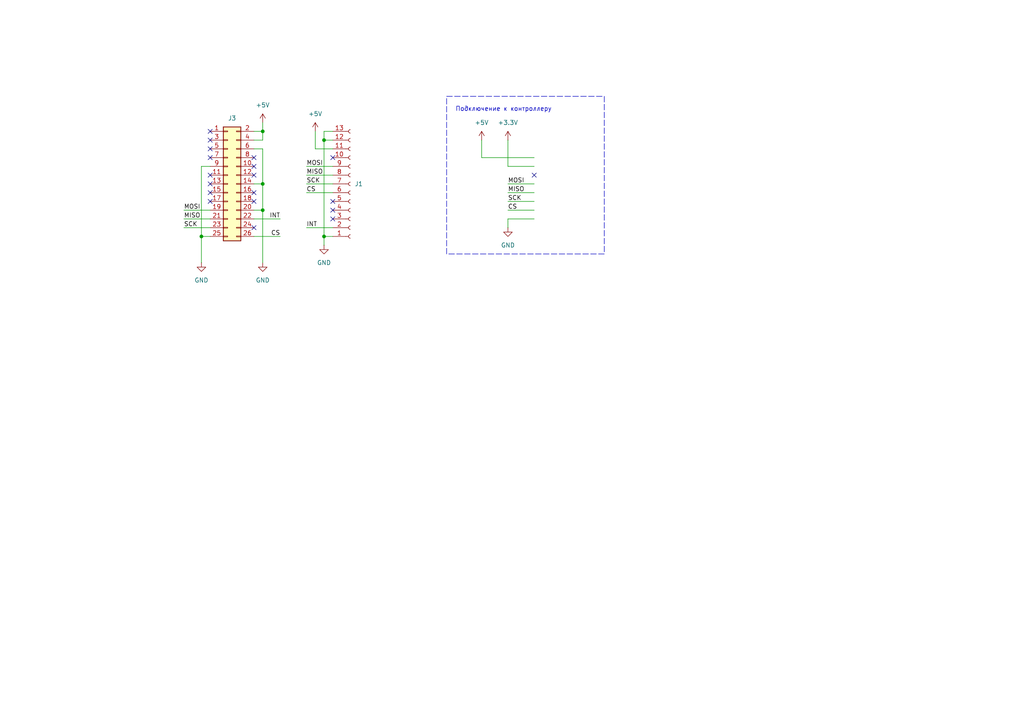
<source format=kicad_sch>
(kicad_sch (version 20250114) (generator "eeschema") (generator_version "9.0")
  (paper "A4")
  (title_block (title "${article} v${version}"))
  (lib_symbols
    (symbol "kicad_inventree_lib:AFA07-S12FCC-00" (pin_names (offset 1.016) (hide yes))
      (property "Reference" "J" (at 0 12.7 0))
      (property "Value" "AFA07-S12FCC-00" (at 0 -27.94 0))
      (symbol "AFA07-S12FCC-00_1_1"
        (polyline (pts (xy -1.27 10.16) (xy -0.508 10.16)) (stroke (width 0.1524)))
        (polyline (pts (xy -1.27 7.62) (xy -0.508 7.62)) (stroke (width 0.1524)))
        (polyline (pts (xy -1.27 5.08) (xy -0.508 5.08)) (stroke (width 0.1524)))
        (polyline (pts (xy -1.27 2.54) (xy -0.508 2.54)) (stroke (width 0.1524)))
        (polyline (pts (xy -1.27 0) (xy -0.508 0)) (stroke (width 0.1524)))
        (polyline (pts (xy -1.27 -2.54) (xy -0.508 -2.54)) (stroke (width 0.1524)))
        (polyline (pts (xy -1.27 -5.08) (xy -0.508 -5.08)) (stroke (width 0.1524)))
        (polyline (pts (xy -1.27 -7.62) (xy -0.508 -7.62)) (stroke (width 0.1524)))
        (polyline (pts (xy -1.27 -10.16) (xy -0.508 -10.16)) (stroke (width 0.1524)))
        (polyline (pts (xy -1.27 -12.7) (xy -0.508 -12.7)) (stroke (width 0.1524)))
        (polyline (pts (xy -1.27 -15.24) (xy -0.508 -15.24)) (stroke (width 0.1524)))
        (polyline (pts (xy -1.27 -17.78) (xy -0.508 -17.78)) (stroke (width 0.1524)))
        (polyline (pts (xy -1.27 -20.32) (xy -0.508 -20.32)) (stroke (width 0.1524)))
        (arc (start 0 9.652) (mid -0.5058 10.16) (end 0 10.668) (stroke (width 0.1524)))
        (arc (start 0 7.112) (mid -0.5058 7.62) (end 0 8.128) (stroke (width 0.1524)))
        (arc (start 0 4.572) (mid -0.5058 5.08) (end 0 5.588) (stroke (width 0.1524)))
        (arc (start 0 2.032) (mid -0.5058 2.54) (end 0 3.048) (stroke (width 0.1524)))
        (arc (start 0 -0.508) (mid -0.5058 0) (end 0 0.508) (stroke (width 0.1524)))
        (arc (start 0 -3.048) (mid -0.5058 -2.54) (end 0 -2.032) (stroke (width 0.1524)))
        (arc (start 0 -5.588) (mid -0.5058 -5.08) (end 0 -4.572) (stroke (width 0.1524)))
        (arc (start 0 -8.128) (mid -0.5058 -7.62) (end 0 -7.112) (stroke (width 0.1524)))
        (arc (start 0 -10.668) (mid -0.5058 -10.16) (end 0 -9.652) (stroke (width 0.1524)))
        (arc (start 0 -13.208) (mid -0.5058 -12.7) (end 0 -12.192) (stroke (width 0.1524)))
        (arc (start 0 -15.748) (mid -0.5058 -15.24) (end 0 -14.732) (stroke (width 0.1524)))
        (arc (start 0 -18.288) (mid -0.5058 -17.78) (end 0 -17.272) (stroke (width 0.1524)))
        (arc (start 0 -20.828) (mid -0.5058 -20.32) (end 0 -19.812) (stroke (width 0.1524)))
        (pin passive line (at -5.08 10.16 0) (length 3.81) (name "Pin_1") (number "1"))
        (pin passive line (at -5.08 7.62 0) (length 3.81) (name "Pin_2") (number "2"))
        (pin passive line (at -5.08 5.08 0) (length 3.81) (name "Pin_3") (number "3"))
        (pin passive line (at -5.08 2.54 0) (length 3.81) (name "Pin_4") (number "4"))
        (pin passive line (at -5.08 0 0) (length 3.81) (name "Pin_5") (number "5"))
        (pin passive line (at -5.08 -2.54 0) (length 3.81) (name "Pin_6") (number "6"))
        (pin passive line (at -5.08 -5.08 0) (length 3.81) (name "Pin_7") (number "7"))
        (pin passive line (at -5.08 -7.62 0) (length 3.81) (name "Pin_8") (number "8"))
        (pin passive line (at -5.08 -10.16 0) (length 3.81) (name "Pin_9") (number "9"))
        (pin passive line (at -5.08 -12.7 0) (length 3.81) (name "Pin_10") (number "10"))
        (pin passive line (at -5.08 -15.24 0) (length 3.81) (name "Pin_11") (number "11"))
        (pin passive line (at -5.08 -17.78 0) (length 3.81) (name "Pin_11") (number "12"))
        (pin passive line (at -5.08 -20.32 0) (length 3.81) (name "Pin_11") (number "13"))
      )
    )
    (symbol "kicad_inventree_lib:PinHeader_02x13_P2.54_THT_straight" (pin_names (offset 1.016) (hide yes))
      (property "Reference" "J" (at 1.27 17.78 0))
      (symbol "PinHeader_02x13_P2.54_THT_straight_1_1"
        (rectangle (start -1.27 16.51) (end 3.81 -16.51) (stroke (width 0.254)) (fill (type background)))
        (rectangle (start -1.27 15.367) (end 0 15.113) (stroke (width 0.1524)))
        (rectangle (start -1.27 12.827) (end 0 12.573) (stroke (width 0.1524)))
        (rectangle (start -1.27 10.287) (end 0 10.033) (stroke (width 0.1524)))
        (rectangle (start -1.27 7.747) (end 0 7.493) (stroke (width 0.1524)))
        (rectangle (start -1.27 5.207) (end 0 4.953) (stroke (width 0.1524)))
        (rectangle (start -1.27 2.667) (end 0 2.413) (stroke (width 0.1524)))
        (rectangle (start -1.27 0.127) (end 0 -0.127) (stroke (width 0.1524)))
        (rectangle (start -1.27 -2.413) (end 0 -2.667) (stroke (width 0.1524)))
        (rectangle (start -1.27 -4.953) (end 0 -5.207) (stroke (width 0.1524)))
        (rectangle (start -1.27 -7.493) (end 0 -7.747) (stroke (width 0.1524)))
        (rectangle (start -1.27 -10.033) (end 0 -10.287) (stroke (width 0.1524)))
        (rectangle (start -1.27 -12.573) (end 0 -12.827) (stroke (width 0.1524)))
        (rectangle (start -1.27 -15.113) (end 0 -15.367) (stroke (width 0.1524)))
        (rectangle (start 3.81 15.367) (end 2.54 15.113) (stroke (width 0.1524)))
        (rectangle (start 3.81 12.827) (end 2.54 12.573) (stroke (width 0.1524)))
        (rectangle (start 3.81 10.287) (end 2.54 10.033) (stroke (width 0.1524)))
        (rectangle (start 3.81 7.747) (end 2.54 7.493) (stroke (width 0.1524)))
        (rectangle (start 3.81 5.207) (end 2.54 4.953) (stroke (width 0.1524)))
        (rectangle (start 3.81 2.667) (end 2.54 2.413) (stroke (width 0.1524)))
        (rectangle (start 3.81 0.127) (end 2.54 -0.127) (stroke (width 0.1524)))
        (rectangle (start 3.81 -2.413) (end 2.54 -2.667) (stroke (width 0.1524)))
        (rectangle (start 3.81 -4.953) (end 2.54 -5.207) (stroke (width 0.1524)))
        (rectangle (start 3.81 -7.493) (end 2.54 -7.747) (stroke (width 0.1524)))
        (rectangle (start 3.81 -10.033) (end 2.54 -10.287) (stroke (width 0.1524)))
        (rectangle (start 3.81 -12.573) (end 2.54 -12.827) (stroke (width 0.1524)))
        (rectangle (start 3.81 -15.113) (end 2.54 -15.367) (stroke (width 0.1524)))
        (pin passive line (at -5.08 15.24 0) (length 3.81) (name "Pin_1") (number "1"))
        (pin passive line (at -5.08 12.7 0) (length 3.81) (name "Pin_3") (number "3"))
        (pin passive line (at -5.08 10.16 0) (length 3.81) (name "Pin_5") (number "5"))
        (pin passive line (at -5.08 7.62 0) (length 3.81) (name "Pin_7") (number "7"))
        (pin passive line (at -5.08 5.08 0) (length 3.81) (name "Pin_9") (number "9"))
        (pin passive line (at -5.08 2.54 0) (length 3.81) (name "Pin_11") (number "11"))
        (pin passive line (at -5.08 0 0) (length 3.81) (name "Pin_13") (number "13"))
        (pin passive line (at -5.08 -2.54 0) (length 3.81) (name "Pin_15") (number "15"))
        (pin passive line (at -5.08 -5.08 0) (length 3.81) (name "Pin_17") (number "17"))
        (pin passive line (at -5.08 -7.62 0) (length 3.81) (name "Pin_19") (number "19"))
        (pin passive line (at -5.08 -10.16 0) (length 3.81) (name "Pin_21") (number "21"))
        (pin passive line (at -5.08 -12.7 0) (length 3.81) (name "Pin_23") (number "23"))
        (pin passive line (at -5.08 -15.24 0) (length 3.81) (name "Pin_25") (number "25"))
        (pin passive line (at 7.62 15.24 180) (length 3.81) (name "Pin_2") (number "2"))
        (pin passive line (at 7.62 12.7 180) (length 3.81) (name "Pin_4") (number "4"))
        (pin passive line (at 7.62 10.16 180) (length 3.81) (name "Pin_6") (number "6"))
        (pin passive line (at 7.62 7.62 180) (length 3.81) (name "Pin_8") (number "8"))
        (pin passive line (at 7.62 5.08 180) (length 3.81) (name "Pin_10") (number "10"))
        (pin passive line (at 7.62 2.54 180) (length 3.81) (name "Pin_12") (number "12"))
        (pin passive line (at 7.62 0 180) (length 3.81) (name "Pin_14") (number "14"))
        (pin passive line (at 7.62 -2.54 180) (length 3.81) (name "Pin_16") (number "16"))
        (pin passive line (at 7.62 -5.08 180) (length 3.81) (name "Pin_18") (number "18"))
        (pin passive line (at 7.62 -7.62 180) (length 3.81) (name "Pin_20") (number "20"))
        (pin passive line (at 7.62 -10.16 180) (length 3.81) (name "Pin_22") (number "22"))
        (pin passive line (at 7.62 -12.7 180) (length 3.81) (name "Pin_24") (number "24"))
        (pin passive line (at 7.62 -15.24 180) (length 3.81) (name "Pin_26") (number "26"))
      )
    )
    (symbol "power:+3.3V" (power) (pin_numbers (hide yes)) (pin_names (offset 0) (hide yes))
      (property "Value" "+3.3V" (at 0 3.556 0))
      (symbol "+3.3V_0_1"
        (polyline (pts (xy -0.762 1.27) (xy 0 2.54)))
        (polyline (pts (xy 0 2.54) (xy 0.762 1.27)))
        (polyline (pts (xy 0 0) (xy 0 2.54)))
      )
      (symbol "+3.3V_1_1"
        (pin power_in line (at 0 0 90) (length 0) (name "~") (number "1"))
      )
    )
    (symbol "power:+5V" (power) (pin_numbers (hide yes)) (pin_names (offset 0) (hide yes))
      (property "Value" "+5V" (at 0 3.556 0))
      (symbol "+5V_0_1"
        (polyline (pts (xy -0.762 1.27) (xy 0 2.54)))
        (polyline (pts (xy 0 2.54) (xy 0.762 1.27)))
        (polyline (pts (xy 0 0) (xy 0 2.54)))
      )
      (symbol "+5V_1_1"
        (pin power_in line (at 0 0 90) (length 0) (name "~") (number "1"))
      )
    )
    (symbol "power:GND" (power) (pin_numbers (hide yes)) (pin_names (offset 0) (hide yes))
      (property "Value" "GND" (at 0 -3.81 0))
      (symbol "GND_0_1"
        (polyline (pts (xy 0 0) (xy 0 -1.27) (xy 1.27 -1.27) (xy 0 -2.54) (xy -1.27 -1.27) (xy 0 -1.27)))
      )
      (symbol "GND_1_1"
        (pin power_in line (at 0 0 270) (length 0) (name "~") (number "1"))
      )
    )
  )
  (rectangle (start 129.54 27.94) (end 175.26 73.66) (stroke (width 0) (type dash)))
  (text "Подключение к контроллеру" (at 132.08 30.988 0) (effects (font (size 1.27 1.27)) (justify left top)))
  (junction (at 76.2 53.34))
  (junction (at 93.98 68.58))
  (junction (at 76.2 38.1))
  (junction (at 93.98 40.64))
  (junction (at 76.2 60.96))
  (junction (at 58.42 68.58))
  (no_connect (at 96.52 45.72))
  (no_connect (at 73.66 50.8))
  (no_connect (at 96.52 63.5))
  (no_connect (at 73.66 48.26))
  (no_connect (at 73.66 58.42))
  (no_connect (at 96.52 60.96))
  (no_connect (at 60.96 38.1))
  (no_connect (at 73.66 66.04))
  (no_connect (at 73.66 55.88))
  (no_connect (at 96.52 58.42))
  (no_connect (at 60.96 53.34))
  (no_connect (at 60.96 58.42))
  (no_connect (at 60.96 40.64))
  (no_connect (at 60.96 43.18))
  (no_connect (at 60.96 55.88))
  (no_connect (at 73.66 45.72))
  (no_connect (at 60.96 50.8))
  (no_connect (at 154.94 50.8))
  (no_connect (at 60.96 45.72))
  (wire (pts (xy 60.96 48.26) (xy 58.42 48.26)))
  (wire (pts (xy 147.32 53.34) (xy 154.94 53.34)))
  (wire (pts (xy 91.44 43.18) (xy 96.52 43.18)))
  (wire (pts (xy 76.2 38.1) (xy 73.66 38.1)))
  (wire (pts (xy 147.32 60.96) (xy 154.94 60.96)))
  (wire (pts (xy 88.9 50.8) (xy 96.52 50.8)))
  (wire (pts (xy 93.98 68.58) (xy 96.52 68.58)))
  (wire (pts (xy 58.42 68.58) (xy 58.42 76.2)))
  (wire (pts (xy 88.9 66.04) (xy 96.52 66.04)))
  (wire (pts (xy 58.42 48.26) (xy 58.42 68.58)))
  (wire (pts (xy 53.34 63.5) (xy 60.96 63.5)))
  (wire (pts (xy 91.44 38.1) (xy 91.44 43.18)))
  (wire (pts (xy 147.32 66.04) (xy 147.32 63.5)))
  (wire (pts (xy 93.98 68.58) (xy 93.98 71.12)))
  (wire (pts (xy 76.2 53.34) (xy 76.2 60.96)))
  (wire (pts (xy 96.52 38.1) (xy 93.98 38.1)))
  (wire (pts (xy 76.2 40.64) (xy 76.2 38.1)))
  (wire (pts (xy 147.32 40.64) (xy 147.32 48.26)))
  (wire (pts (xy 73.66 53.34) (xy 76.2 53.34)))
  (wire (pts (xy 76.2 60.96) (xy 76.2 76.2)))
  (wire (pts (xy 96.52 40.64) (xy 93.98 40.64)))
  (wire (pts (xy 93.98 40.64) (xy 93.98 68.58)))
  (wire (pts (xy 73.66 43.18) (xy 76.2 43.18)))
  (wire (pts (xy 147.32 63.5) (xy 154.94 63.5)))
  (wire (pts (xy 73.66 40.64) (xy 76.2 40.64)))
  (wire (pts (xy 76.2 35.56) (xy 76.2 38.1)))
  (wire (pts (xy 88.9 53.34) (xy 96.52 53.34)))
  (wire (pts (xy 53.34 60.96) (xy 60.96 60.96)))
  (wire (pts (xy 139.7 45.72) (xy 154.94 45.72)))
  (wire (pts (xy 53.34 66.04) (xy 60.96 66.04)))
  (wire (pts (xy 73.66 63.5) (xy 81.28 63.5)))
  (wire (pts (xy 88.9 48.26) (xy 96.52 48.26)))
  (wire (pts (xy 73.66 68.58) (xy 81.28 68.58)))
  (wire (pts (xy 139.7 40.64) (xy 139.7 45.72)))
  (wire (pts (xy 60.96 68.58) (xy 58.42 68.58)))
  (wire (pts (xy 147.32 55.88) (xy 154.94 55.88)))
  (wire (pts (xy 88.9 55.88) (xy 96.52 55.88)))
  (wire (pts (xy 147.32 48.26) (xy 154.94 48.26)))
  (wire (pts (xy 93.98 38.1) (xy 93.98 40.64)))
  (wire (pts (xy 73.66 60.96) (xy 76.2 60.96)))
  (wire (pts (xy 76.2 43.18) (xy 76.2 53.34)))
  (wire (pts (xy 147.32 58.42) (xy 154.94 58.42)))
  (label "MOSI" (at 147.32 53.34 0))
  (label "CS" (at 88.9 55.88 0))
  (label "MISO" (at 147.32 55.88 0))
  (label "MISO" (at 88.9 50.8 0))
  (label "CS" (at 81.28 68.58 180))
  (label "MOSI" (at 88.9 48.26 0))
  (label "MOSI" (at 53.34 60.96 0))
  (label "CS" (at 147.32 60.96 0))
  (label "SCK" (at 53.34 66.04 0))
  (label "SCK" (at 88.9 53.34 0))
  (label "INT" (at 81.28 63.5 180))
  (label "SCK" (at 147.32 58.42 0))
  (label "MISO" (at 53.34 63.5 0))
  (label "INT" (at 88.9 66.04 0))
  (symbol (lib_id "power:GND") (at 58.42 76.2 0) (unit 1)
    (property "Reference" "#PWR08" (effects (hide yes)))
    (property "Value" "GND" (at 58.42 81.28 0))
    (property "Description" "Power symbol creates a global label with name \"GND\" , ground" (effects (hide yes)))
  )
  (symbol (lib_id "power:+3.3V") (at 147.32 40.64 0) (unit 1)
    (property "Reference" "#PWR02" (effects (hide yes)))
    (property "Value" "+3.3V" (at 147.32 35.56 0))
    (property "Description" "Power symbol creates a global label with name \"+3.3V\"" (effects (hide yes)))
  )
  (symbol (lib_id "power:GND") (at 76.2 76.2 0) (unit 1)
    (property "Reference" "#PWR07" (effects (hide yes)))
    (property "Value" "GND" (at 76.2 81.28 0))
    (property "Description" "Power symbol creates a global label with name \"GND\" , ground" (effects (hide yes)))
  )
  (symbol (lib_id "power:+5V") (at 139.7 40.64 0) (unit 1)
    (property "Reference" "#PWR01" (effects (hide yes)))
    (property "Value" "+5V" (at 139.7 35.56 0))
    (property "Description" "Power symbol creates a global label with name \"+5V\"" (effects (hide yes)))
  )
  (symbol (lib_id "power:+5V") (at 76.2 35.56 0) (unit 1)
    (property "Reference" "#PWR04" (effects (hide yes)))
    (property "Value" "+5V" (at 76.2 30.48 0))
    (property "Description" "Power symbol creates a global label with name \"+5V\"" (effects (hide yes)))
  )
  (symbol (lib_id "power:GND") (at 93.98 71.12 0) (unit 1)
    (property "Reference" "#PWR06" (effects (hide yes)))
    (property "Value" "GND" (at 93.98 76.2 0))
    (property "Description" "Power symbol creates a global label with name \"GND\" , ground" (effects (hide yes)))
  )
  (symbol (lib_id "power:+5V") (at 91.44 38.1 0) (unit 1)
    (property "Reference" "#PWR05" (effects (hide yes)))
    (property "Value" "+5V" (at 91.44 33.02 0))
    (property "Description" "Power symbol creates a global label with name \"+5V\"" (effects (hide yes)))
  )
  (symbol (lib_id "kicad_inventree_lib:AFA07-S12FCC-00") (at 101.6 58.42 0) (mirror x) (unit 1)
    (property "Reference" "J1" (at 102.87 53.3401 0) (effects (justify left)))
    (property "Value" "AFA07-S12FCC-00" (effects (hide yes)))
    (property "Footprint" "kicad_inventree_lib:CONN10_AFA07-S12_JUS" (effects (hide yes)))
    (property "Description" "Generic connector, single row, 01x10, script generated" (effects (hide yes)))
    (property "part_ipn" "AFA07-S12FCC-00" (effects (hide yes)))
  )
  (symbol (lib_id "power:GND") (at 147.32 66.04 0) (unit 1)
    (property "Reference" "#PWR03" (effects (hide yes)))
    (property "Value" "GND" (at 147.32 71.12 0))
    (property "Description" "Power symbol creates a global label with name \"GND\" , ground" (effects (hide yes)))
  )
  (symbol (lib_id "kicad_inventree_lib:PinHeader_02x13_P2.54_THT_straight") (at 66.04 53.34 0) (unit 1)
    (property "Reference" "J3" (at 67.31 34.29 0))
    (property "Value" "PinHeader_02x13_P2.54_THT_straight" (effects (hide yes)))
    (property "Footprint" "Connector_PinHeader_2.54mm:PinHeader_2x13_P2.54mm_Vertical" (effects (hide yes)))
    (property "Description" "Generic connector, double row, 02x13, odd/even pin numbering scheme (row 1 odd numbers, row 2 even numbers), script generated (kicad-library-utils/schlib/autogen/connector/)" (effects (hide yes)))
    (property "part_ipn" "PinHeader_02x13_P2.54_THT_straight" (effects (hide yes)))
  )
)
</source>
